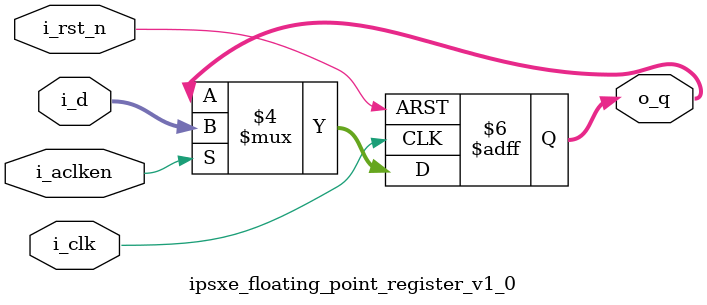
<source format=v>
module ipsxe_floating_point_register_v1_0 #(parameter N = 64) (
    input i_clk,
    input i_aclken,
    input i_rst_n,
    input [N-1:0] i_d,
    output reg [N-1:0] o_q
);

always @(posedge i_clk or negedge i_rst_n) begin: blk_reg
    if (!i_rst_n)
        o_q <= {N{1'b0}};
    else if (i_aclken)
        o_q <= i_d;
    else
        o_q <= o_q;
end

endmodule

</source>
